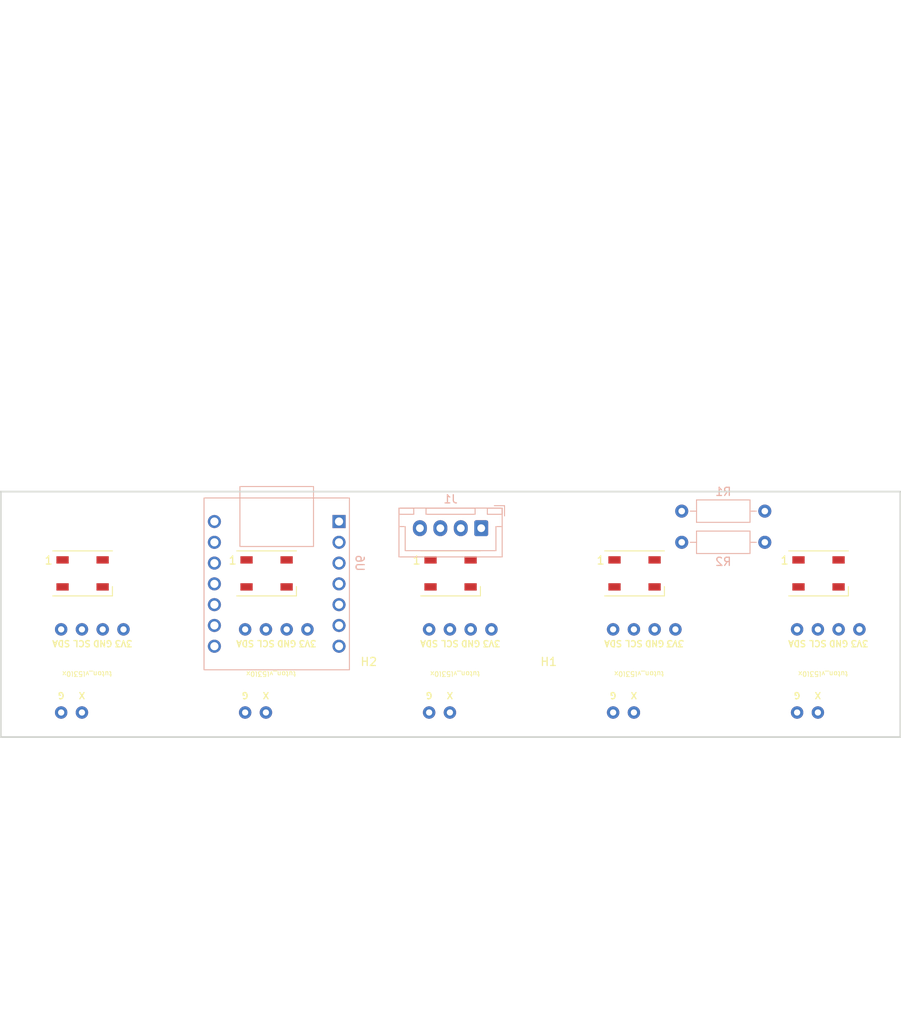
<source format=kicad_pcb>
(kicad_pcb (version 20221018) (generator pcbnew)
  (layers (0 "F.Cu" signal) (31 "B.Cu" signal) (34 "B.Paste" user) (35 "F.Paste" user) (36 "B.SilkS" user "B.Silkscreen") (37 "F.SilkS" user "F.Silkscreen") (38 "B.Mask" user) (39 "F.Mask" user) (44 "Edge.Cuts" user))
  (net 0 "")
  (net 1 "+3V3")
  (net 2 "GND")
  (net 3 "+5V")
  (net 4 "Net-(D2-DOUT)")
  (net 5 "WS2812B")
  (net 6 "Net-(D3-DOUT)")
  (net 7 "Net-(D4-DOUT)")
  (net 8 "SCL")
  (net 9 "SDA")
  (net 10 "XSHUT1")
  (net 12 "XSHUT2")
  (net 14 "XSHUT3")
  (net 16 "XSHUT4")
  (net 18 "XSHUT5")
  (net 20 "RX")
  (net 21 "TX")
  (net 26 "Net-(D1-DOUT)")
  (footprint "MountingHole:MountingHole_3.2mm_M3" (layer "F.Cu") (at 90 95)
    (fp_text reference "H2" (at 0 -4.2) (layer "F.SilkS"))
    (fp_text value "MountingHole")
    (pad "" np_thru_hole circle (at 0 0) (size 3.2 3.2) (drill 3.2) (layers "*.Cu" "*.Mask"))
  )
  (footprint "LED_SMD:LED_WS2812B_PLCC4_5.0x5.0mm_P3.2mm" (layer "F.Cu") (at 55 80)
    (fp_text reference "D1" hide)
    (fp_text value "WS2812B")
    (fp_text user "1" (at -4.15 -1.6) (layer "F.SilkS"))
    (fp_line (start -3.65 -2.75) (end 3.65 -2.75) (stroke (width 0.12)) (layer "F.SilkS"))
    (fp_line (start -3.65 2.75) (end 3.65 2.75) (stroke (width 0.12)) (layer "F.SilkS"))
    (fp_line (start 3.65 2.75) (end 3.65 1.6) (stroke (width 0.12)) (layer "F.SilkS"))
    (pad "1" smd rect (at -2.45 -1.65) (size 1.5 0.9) (layers "F.Cu" "F.Paste" "F.Mask") (net 3 "+5V"))
    (pad "2" smd rect (at -2.45 1.65) (size 1.5 0.9) (layers "F.Cu" "F.Paste" "F.Mask") (net 26 "Net-(D1-DOUT)"))
    (pad "3" smd rect (at 2.45 1.65) (size 1.5 0.9) (layers "F.Cu" "F.Paste" "F.Mask") (net 2 "GND"))
    (pad "4" smd rect (at 2.45 -1.65) (size 1.5 0.9) (layers "F.Cu" "F.Paste" "F.Mask") (net 5 "WS2812B"))
  )
  (footprint "tuton:VL53L0X_horizontal" (layer "F.Cu") (at 150 86.84 180)
    (fp_text reference "U5" hide)
    (fp_text value "~" hide)
    (fp_text user "3V3" (at 0 -1.27 180 unlocked) (layer "F.SilkS") (effects (font (size 0.762 0.762) (thickness 0.1524) bold) (justify bottom)))
    (fp_text user "X" (at 5.08 -7.62 180 unlocked) (layer "F.SilkS") (effects (font (size 0.762 0.762) (thickness 0.1524) bold) (justify bottom)))
    (fp_text user "tuton_vl53l0x" (at 4.445 -5.08 180 unlocked) (layer "F.SilkS") (effects (font (size 0.6 0.6) (thickness 0.1) bold) (justify bottom)))
    (fp_text user "GND\n" (at 2.54 -1.27 180 unlocked) (layer "F.SilkS") (effects (font (size 0.762 0.762) (thickness 0.1524) bold) (justify bottom)))
    (fp_text user "SCL\n" (at 5.08 -1.27 180 unlocked) (layer "F.SilkS") (effects (font (size 0.762 0.762) (thickness 0.1524) bold) (justify bottom)))
    (fp_text user "SDA" (at 7.62 -1.27 180 unlocked) (layer "F.SilkS") (effects (font (size 0.762 0.762) (thickness 0.1524) bold) (justify bottom)))
    (fp_text user "G" (at 7.62 -7.62 180 unlocked) (layer "F.SilkS") (effects (font (size 0.762 0.762) (thickness 0.1524) bold) (justify bottom)))
    (pad "1" thru_hole circle (at 0 0 180) (size 1.524 1.524) (drill 0.762) (layers "*.Cu" "*.Mask") (net 1 "+3V3"))
    (pad "2" thru_hole circle (at 2.54 0 180) (size 1.524 1.524) (drill 0.762) (layers "*.Cu" "*.Mask") (net 2 "GND"))
    (pad "3" thru_hole circle (at 5.08 0 180) (size 1.524 1.524) (drill 0.762) (layers "*.Cu" "*.Mask") (net 8 "SCL"))
    (pad "4" thru_hole circle (at 7.62 0 180) (size 1.524 1.524) (drill 0.762) (layers "*.Cu" "*.Mask") (net 9 "SDA"))
    (pad "5" thru_hole circle (at 5.08 -10.16 180) (size 1.524 1.524) (drill 0.762) (layers "*.Cu" "*.Mask") (net 18 "XSHUT5"))
    (pad "6" thru_hole circle (at 7.62 -10.16 180) (size 1.524 1.524) (drill 0.762) (layers "*.Cu" "*.Mask"))
  )
  (footprint "LED_SMD:LED_WS2812B_PLCC4_5.0x5.0mm_P3.2mm" (layer "F.Cu") (at 122.5 80)
    (fp_text reference "D4" hide)
    (fp_text value "WS2812B")
    (fp_text user "1" (at -4.15 -1.6) (layer "F.SilkS"))
    (fp_line (start -3.65 -2.75) (end 3.65 -2.75) (stroke (width 0.12)) (layer "F.SilkS"))
    (fp_line (start -3.65 2.75) (end 3.65 2.75) (stroke (width 0.12)) (layer "F.SilkS"))
    (fp_line (start 3.65 2.75) (end 3.65 1.6) (stroke (width 0.12)) (layer "F.SilkS"))
    (pad "1" smd rect (at -2.45 -1.65) (size 1.5 0.9) (layers "F.Cu" "F.Paste" "F.Mask") (net 3 "+5V"))
    (pad "2" smd rect (at -2.45 1.65) (size 1.5 0.9) (layers "F.Cu" "F.Paste" "F.Mask") (net 7 "Net-(D4-DOUT)"))
    (pad "3" smd rect (at 2.45 1.65) (size 1.5 0.9) (layers "F.Cu" "F.Paste" "F.Mask") (net 2 "GND"))
    (pad "4" smd rect (at 2.45 -1.65) (size 1.5 0.9) (layers "F.Cu" "F.Paste" "F.Mask") (net 6 "Net-(D3-DOUT)"))
  )
  (footprint "LED_SMD:LED_WS2812B_PLCC4_5.0x5.0mm_P3.2mm" (layer "F.Cu") (at 77.5 80)
    (fp_text reference "D2" hide)
    (fp_text value "WS2812B")
    (fp_text user "1" (at -4.15 -1.6) (layer "F.SilkS"))
    (fp_line (start -3.65 -2.75) (end 3.65 -2.75) (stroke (width 0.12)) (layer "F.SilkS"))
    (fp_line (start -3.65 2.75) (end 3.65 2.75) (stroke (width 0.12)) (layer "F.SilkS"))
    (fp_line (start 3.65 2.75) (end 3.65 1.6) (stroke (width 0.12)) (layer "F.SilkS"))
    (pad "1" smd rect (at -2.45 -1.65) (size 1.5 0.9) (layers "F.Cu" "F.Paste" "F.Mask") (net 3 "+5V"))
    (pad "2" smd rect (at -2.45 1.65) (size 1.5 0.9) (layers "F.Cu" "F.Paste" "F.Mask") (net 4 "Net-(D2-DOUT)"))
    (pad "3" smd rect (at 2.45 1.65) (size 1.5 0.9) (layers "F.Cu" "F.Paste" "F.Mask") (net 2 "GND"))
    (pad "4" smd rect (at 2.45 -1.65) (size 1.5 0.9) (layers "F.Cu" "F.Paste" "F.Mask") (net 26 "Net-(D1-DOUT)"))
  )
  (footprint "tuton:VL53L0X_horizontal" (layer "F.Cu") (at 82.5 86.84 180)
    (fp_text reference "U2" hide)
    (fp_text value "~" hide)
    (fp_text user "G" (at 7.62 -7.62 180 unlocked) (layer "F.SilkS") (effects (font (size 0.762 0.762) (thickness 0.1524) bold) (justify bottom)))
    (fp_text user "GND\n" (at 2.54 -1.27 180 unlocked) (layer "F.SilkS") (effects (font (size 0.762 0.762) (thickness 0.1524) bold) (justify bottom)))
    (fp_text user "SCL\n" (at 5.08 -1.27 180 unlocked) (layer "F.SilkS") (effects (font (size 0.762 0.762) (thickness 0.1524) bold) (justify bottom)))
    (fp_text user "X" (at 5.08 -7.62 180 unlocked) (layer "F.SilkS") (effects (font (size 0.762 0.762) (thickness 0.1524) bold) (justify bottom)))
    (fp_text user "3V3" (at 0 -1.27 180 unlocked) (layer "F.SilkS") (effects (font (size 0.762 0.762) (thickness 0.1524) bold) (justify bottom)))
    (fp_text user "tuton_vl53l0x" (at 4.445 -5.08 180 unlocked) (layer "F.SilkS") (effects (font (size 0.6 0.6) (thickness 0.1) bold) (justify bottom)))
    (fp_text user "SDA" (at 7.62 -1.27 180 unlocked) (layer "F.SilkS") (effects (font (size 0.762 0.762) (thickness 0.1524) bold) (justify bottom)))
    (pad "1" thru_hole circle (at 0 0 180) (size 1.524 1.524) (drill 0.762) (layers "*.Cu" "*.Mask") (net 1 "+3V3"))
    (pad "2" thru_hole circle (at 2.54 0 180) (size 1.524 1.524) (drill 0.762) (layers "*.Cu" "*.Mask") (net 2 "GND"))
    (pad "3" thru_hole circle (at 5.08 0 180) (size 1.524 1.524) (drill 0.762) (layers "*.Cu" "*.Mask") (net 8 "SCL"))
    (pad "4" thru_hole circle (at 7.62 0 180) (size 1.524 1.524) (drill 0.762) (layers "*.Cu" "*.Mask") (net 9 "SDA"))
    (pad "5" thru_hole circle (at 5.08 -10.16 180) (size 1.524 1.524) (drill 0.762) (layers "*.Cu" "*.Mask") (net 12 "XSHUT2"))
    (pad "6" thru_hole circle (at 7.62 -10.16 180) (size 1.524 1.524) (drill 0.762) (layers "*.Cu" "*.Mask"))
  )
  (footprint "LED_SMD:LED_WS2812B_PLCC4_5.0x5.0mm_P3.2mm" (layer "F.Cu") (at 145 80)
    (fp_text reference "D5" hide)
    (fp_text value "WS2812B")
    (fp_text user "1" (at -4.15 -1.6) (layer "F.SilkS"))
    (fp_line (start -3.65 -2.75) (end 3.65 -2.75) (stroke (width 0.12)) (layer "F.SilkS"))
    (fp_line (start -3.65 2.75) (end 3.65 2.75) (stroke (width 0.12)) (layer "F.SilkS"))
    (fp_line (start 3.65 2.75) (end 3.65 1.6) (stroke (width 0.12)) (layer "F.SilkS"))
    (pad "1" smd rect (at -2.45 -1.65) (size 1.5 0.9) (layers "F.Cu" "F.Paste" "F.Mask") (net 3 "+5V"))
    (pad "2" smd rect (at -2.45 1.65) (size 1.5 0.9) (layers "F.Cu" "F.Paste" "F.Mask"))
    (pad "3" smd rect (at 2.45 1.65) (size 1.5 0.9) (layers "F.Cu" "F.Paste" "F.Mask") (net 2 "GND"))
    (pad "4" smd rect (at 2.45 -1.65) (size 1.5 0.9) (layers "F.Cu" "F.Paste" "F.Mask") (net 7 "Net-(D4-DOUT)"))
  )
  (footprint "MountingHole:MountingHole_3.2mm_M3" (layer "F.Cu") (at 112 95)
    (fp_text reference "H1" (at 0 -4.2) (layer "F.SilkS"))
    (fp_text value "MountingHole")
    (pad "" np_thru_hole circle (at 0 0) (size 3.2 3.2) (drill 3.2) (layers "*.Cu" "*.Mask"))
  )
  (footprint "tuton:VL53L0X_horizontal" (layer "F.Cu") (at 127.5 86.84 180)
    (fp_text reference "U4" hide)
    (fp_text value "~" hide)
    (fp_text user "GND\n" (at 2.54 -1.27 180 unlocked) (layer "F.SilkS") (effects (font (size 0.762 0.762) (thickness 0.1524) bold) (justify bottom)))
    (fp_text user "SDA" (at 7.62 -1.27 180 unlocked) (layer "F.SilkS") (effects (font (size 0.762 0.762) (thickness 0.1524) bold) (justify bottom)))
    (fp_text user "G" (at 7.62 -7.62 180 unlocked) (layer "F.SilkS") (effects (font (size 0.762 0.762) (thickness 0.1524) bold) (justify bottom)))
    (fp_text user "3V3" (at 0 -1.27 180 unlocked) (layer "F.SilkS") (effects (font (size 0.762 0.762) (thickness 0.1524) bold italic) (justify bottom)))
    (fp_text user "tuton_vl53l0x" (at 4.445 -5.08 180 unlocked) (layer "F.SilkS") (effects (font (size 0.6 0.6) (thickness 0.1) bold) (justify bottom)))
    (fp_text user "X" (at 5.08 -7.62 180 unlocked) (layer "F.SilkS") (effects (font (size 0.762 0.762) (thickness 0.1524) bold) (justify bottom)))
    (fp_text user "SCL\n" (at 5.08 -1.27 180 unlocked) (layer "F.SilkS") (effects (font (size 0.762 0.762) (thickness 0.1524) bold) (justify bottom)))
    (pad "1" thru_hole circle (at 0 0 180) (size 1.524 1.524) (drill 0.762) (layers "*.Cu" "*.Mask") (net 1 "+3V3"))
    (pad "2" thru_hole circle (at 2.54 0 180) (size 1.524 1.524) (drill 0.762) (layers "*.Cu" "*.Mask") (net 2 "GND"))
    (pad "3" thru_hole circle (at 5.08 0 180) (size 1.524 1.524) (drill 0.762) (layers "*.Cu" "*.Mask") (net 8 "SCL"))
    (pad "4" thru_hole circle (at 7.62 0 180) (size 1.524 1.524) (drill 0.762) (layers "*.Cu" "*.Mask") (net 9 "SDA"))
    (pad "5" thru_hole circle (at 5.08 -10.16 180) (size 1.524 1.524) (drill 0.762) (layers "*.Cu" "*.Mask") (net 16 "XSHUT4"))
    (pad "6" thru_hole circle (at 7.62 -10.16 180) (size 1.524 1.524) (drill 0.762) (layers "*.Cu" "*.Mask"))
  )
  (footprint "LED_SMD:LED_WS2812B_PLCC4_5.0x5.0mm_P3.2mm" (layer "F.Cu") (at 100 80)
    (fp_text reference "D3" hide)
    (fp_text value "WS2812B")
    (fp_text user "1" (at -4.15 -1.6) (layer "F.SilkS"))
    (fp_line (start -3.65 -2.75) (end 3.65 -2.75) (stroke (width 0.12)) (layer "F.SilkS"))
    (fp_line (start -3.65 2.75) (end 3.65 2.75) (stroke (width 0.12)) (layer "F.SilkS"))
    (fp_line (start 3.65 2.75) (end 3.65 1.6) (stroke (width 0.12)) (layer "F.SilkS"))
    (pad "1" smd rect (at -2.45 -1.65) (size 1.5 0.9) (layers "F.Cu" "F.Paste" "F.Mask") (net 3 "+5V"))
    (pad "2" smd rect (at -2.45 1.65) (size 1.5 0.9) (layers "F.Cu" "F.Paste" "F.Mask") (net 6 "Net-(D3-DOUT)"))
    (pad "3" smd rect (at 2.45 1.65) (size 1.5 0.9) (layers "F.Cu" "F.Paste" "F.Mask") (net 2 "GND"))
    (pad "4" smd rect (at 2.45 -1.65) (size 1.5 0.9) (layers "F.Cu" "F.Paste" "F.Mask") (net 4 "Net-(D2-DOUT)"))
  )
  (footprint "tuton:VL53L0X_horizontal" (layer "F.Cu") (at 105 86.84 180)
    (fp_text reference "U3" hide)
    (fp_text value "~" hide)
    (fp_text user "G" (at 7.62 -7.62 180 unlocked) (layer "F.SilkS") (effects (font (size 0.762 0.762) (thickness 0.1524) bold) (justify bottom)))
    (fp_text user "SDA" (at 7.62 -1.27 180 unlocked) (layer "F.SilkS") (effects (font (size 0.762 0.762) (thickness 0.1524) bold) (justify bottom)))
    (fp_text user "3V3" (at 0 -1.27 180 unlocked) (layer "F.SilkS") (effects (font (size 0.762 0.762) (thickness 0.1524) bold) (justify bottom)))
    (fp_text user "X" (at 5.08 -7.62 180 unlocked) (layer "F.SilkS") (effects (font (size 0.762 0.762) (thickness 0.1524) bold) (justify bottom)))
    (fp_text user "tuton_vl53l0x" (at 4.445 -5.08 180 unlocked) (layer "F.SilkS") (effects (font (size 0.6 0.6) (thickness 0.1) bold) (justify bottom)))
    (fp_text user "GND\n" (at 2.54 -1.27 180 unlocked) (layer "F.SilkS") (effects (font (size 0.762 0.762) (thickness 0.1524) bold) (justify bottom)))
    (fp_text user "SCL\n" (at 5.08 -1.27 180 unlocked) (layer "F.SilkS") (effects (font (size 0.762 0.762) (thickness 0.1524) bold) (justify bottom)))
    (pad "1" thru_hole circle (at 0 0 180) (size 1.524 1.524) (drill 0.762) (layers "*.Cu" "*.Mask") (net 1 "+3V3"))
    (pad "2" thru_hole circle (at 2.54 0 180) (size 1.524 1.524) (drill 0.762) (layers "*.Cu" "*.Mask") (net 2 "GND"))
    (pad "3" thru_hole circle (at 5.08 0 180) (size 1.524 1.524) (drill 0.762) (layers "*.Cu" "*.Mask") (net 8 "SCL"))
    (pad "4" thru_hole circle (at 7.62 0 180) (size 1.524 1.524) (drill 0.762) (layers "*.Cu" "*.Mask") (net 9 "SDA"))
    (pad "5" thru_hole circle (at 5.08 -10.16 180) (size 1.524 1.524) (drill 0.762) (layers "*.Cu" "*.Mask") (net 14 "XSHUT3"))
    (pad "6" thru_hole circle (at 7.62 -10.16 180) (size 1.524 1.524) (drill 0.762) (layers "*.Cu" "*.Mask"))
  )
  (footprint "tuton:VL53L0X_horizontal" (layer "F.Cu") (at 60 86.84 180)
    (fp_text reference "U1" hide)
    (fp_text value "~" hide)
    (fp_text user "G" (at 7.62 -7.62 180 unlocked) (layer "F.SilkS") (effects (font (size 0.762 0.762) (thickness 0.1524) bold) (justify bottom)))
    (fp_text user "X" (at 5.08 -7.62 180 unlocked) (layer "F.SilkS") (effects (font (size 0.762 0.762) (thickness 0.1524) bold) (justify bottom)))
    (fp_text user "GND\n" (at 2.54 -1.27 180 unlocked) (layer "F.SilkS") (effects (font (size 0.762 0.762) (thickness 0.1524) bold) (justify bottom)))
    (fp_text user "SCL\n" (at 5.08 -1.27 180 unlocked) (layer "F.SilkS") (effects (font (size 0.762 0.762) (thickness 0.1524) bold) (justify bottom)))
    (fp_text user "tuton_vl53l0x" (at 4.445 -5.08 180 unlocked) (layer "F.SilkS") (effects (font (size 0.6 0.6) (thickness 0.1) bold) (justify bottom)))
    (fp_text user "3V3" (at 0 -1.27 180 unlocked) (layer "F.SilkS") (effects (font (size 0.762 0.762) (thickness 0.1524) bold) (justify bottom)))
    (fp_text user "SDA" (at 7.62 -1.27 180 unlocked) (layer "F.SilkS") (effects (font (size 0.762 0.762) (thickness 0.1524) bold) (justify bottom)))
    (pad "1" thru_hole circle (at 0 0 180) (size 1.524 1.524) (drill 0.762) (layers "*.Cu" "*.Mask") (net 1 "+3V3"))
    (pad "2" thru_hole circle (at 2.54 0 180) (size 1.524 1.524) (drill 0.762) (layers "*.Cu" "*.Mask") (net 2 "GND"))
    (pad "3" thru_hole circle (at 5.08 0 180) (size 1.524 1.524) (drill 0.762) (layers "*.Cu" "*.Mask") (net 8 "SCL"))
    (pad "4" thru_hole circle (at 7.62 0 180) (size 1.524 1.524) (drill 0.762) (layers "*.Cu" "*.Mask") (net 9 "SDA"))
    (pad "5" thru_hole circle (at 5.08 -10.16 180) (size 1.524 1.524) (drill 0.762) (layers "*.Cu" "*.Mask") (net 10 "XSHUT1"))
    (pad "6" thru_hole circle (at 7.62 -10.16 180) (size 1.524 1.524) (drill 0.762) (layers "*.Cu" "*.Mask"))
  )
  (footprint "Resistor_THT:R_Axial_DIN0207_L6.3mm_D2.5mm_P10.16mm_Horizontal" (layer "B.Cu") (at 138.43 72.39 180)
    (fp_text reference "R1" (at 5.08 2.37) (layer "B.SilkS") (effects (justify mirror)))
    (fp_text value "10k")
    (fp_line (start 1.04 0) (end 1.81 0) (stroke (width 0.12)) (layer "B.SilkS"))
    (fp_line (start 1.81 -1.37) (end 8.35 -1.37) (stroke (width 0.12)) (layer "B.SilkS"))
    (fp_line (start 1.81 1.37) (end 1.81 -1.37) (stroke (width 0.12)) (layer "B.SilkS"))
    (fp_line (start 8.35 -1.37) (end 8.35 1.37) (stroke (width 0.12)) (layer "B.SilkS"))
    (fp_line (start 8.35 1.37) (end 1.81 1.37) (stroke (width 0.12)) (layer "B.SilkS"))
    (fp_line (start 9.12 0) (end 8.35 0) (stroke (width 0.12)) (layer "B.SilkS"))
    (pad "1" thru_hole circle (at 0 0 180) (size 1.6 1.6) (drill 0.8) (layers "*.Cu" "*.Mask") (net 8 "SCL"))
    (pad "2" thru_hole oval (at 10.16 0 180) (size 1.6 1.6) (drill 0.8) (layers "*.Cu" "*.Mask") (net 1 "+3V3"))
  )
  (footprint "Connector_JST:JST_XH_B4B-XH-A_1x04_P2.50mm_Vertical" (layer "B.Cu") (at 103.75 74.475 180)
    (fp_text reference "J1" (at 3.75 3.55) (layer "B.SilkS") (effects (justify mirror)))
    (fp_text value "OpenMV Conn")
    (fp_line (start -2.85 2.75) (end -2.85 1.5) (stroke (width 0.12)) (layer "B.SilkS"))
    (fp_line (start -2.56 -3.51) (end 10.06 -3.51) (stroke (width 0.12)) (layer "B.SilkS"))
    (fp_line (start -2.56 2.46) (end -2.56 -3.51) (stroke (width 0.12)) (layer "B.SilkS"))
    (fp_line (start -2.55 0.2) (end -1.8 0.2) (stroke (width 0.12)) (layer "B.SilkS"))
    (fp_line (start -2.55 1.7) (end -0.75 1.7) (stroke (width 0.12)) (layer "B.SilkS"))
    (fp_line (start -2.55 2.45) (end -2.55 1.7) (stroke (width 0.12)) (layer "B.SilkS"))
    (fp_line (start -1.8 -2.75) (end 3.75 -2.75) (stroke (width 0.12)) (layer "B.SilkS"))
    (fp_line (start -1.8 0.2) (end -1.8 -2.75) (stroke (width 0.12)) (layer "B.SilkS"))
    (fp_line (start -1.6 2.75) (end -2.85 2.75) (stroke (width 0.12)) (layer "B.SilkS"))
    (fp_line (start -0.75 1.7) (end -0.75 2.45) (stroke (width 0.12)) (layer "B.SilkS"))
    (fp_line (start -0.75 2.45) (end -2.55 2.45) (stroke (width 0.12)) (layer "B.SilkS"))
    (fp_line (start 0.75 1.7) (end 6.75 1.7) (stroke (width 0.12)) (layer "B.SilkS"))
    (fp_line (start 0.75 2.45) (end 0.75 1.7) (stroke (width 0.12)) (layer "B.SilkS"))
    (fp_line (start 6.75 1.7) (end 6.75 2.45) (stroke (width 0.12)) (layer "B.SilkS"))
    (fp_line (start 6.75 2.45) (end 0.75 2.45) (stroke (width 0.12)) (layer "B.SilkS"))
    (fp_line (start 8.25 1.7) (end 10.05 1.7) (stroke (width 0.12)) (layer "B.SilkS"))
    (fp_line (start 8.25 2.45) (end 8.25 1.7) (stroke (width 0.12)) (layer "B.SilkS"))
    (fp_line (start 9.3 -2.75) (end 3.75 -2.75) (stroke (width 0.12)) (layer "B.SilkS"))
    (fp_line (start 9.3 0.2) (end 9.3 -2.75) (stroke (width 0.12)) (layer "B.SilkS"))
    (fp_line (start 10.05 0.2) (end 9.3 0.2) (stroke (width 0.12)) (layer "B.SilkS"))
    (fp_line (start 10.05 1.7) (end 10.05 2.45) (stroke (width 0.12)) (layer "B.SilkS"))
    (fp_line (start 10.05 2.45) (end 8.25 2.45) (stroke (width 0.12)) (layer "B.SilkS"))
    (fp_line (start 10.06 -3.51) (end 10.06 2.46) (stroke (width 0.12)) (layer "B.SilkS"))
    (fp_line (start 10.06 2.46) (end -2.56 2.46) (stroke (width 0.12)) (layer "B.SilkS"))
    (pad "1" thru_hole roundrect (at 0 0 180) (size 1.7 1.95) (drill 0.95) (layers "*.Cu" "*.Mask") (roundrect_rratio 0.147059) (net 3 "+5V"))
    (pad "2" thru_hole oval (at 2.5 0 180) (size 1.7 1.95) (drill 0.95) (layers "*.Cu" "*.Mask") (net 20 "RX"))
    (pad "3" thru_hole oval (at 5 0 180) (size 1.7 1.95) (drill 0.95) (layers "*.Cu" "*.Mask") (net 21 "TX"))
    (pad "4" thru_hole oval (at 7.5 0 180) (size 1.7 1.95) (drill 0.95) (layers "*.Cu" "*.Mask") (net 2 "GND"))
  )
  (footprint "Resistor_THT:R_Axial_DIN0207_L6.3mm_D2.5mm_P10.16mm_Horizontal" (layer "B.Cu") (at 128.27 76.2)
    (fp_text reference "R2" (at 5.08 2.37 180) (layer "B.SilkS") (effects (justify mirror)))
    (fp_text value "10k")
    (fp_line (start 1.04 0) (end 1.81 0) (stroke (width 0.12)) (layer "B.SilkS"))
    (fp_line (start 1.81 -1.37) (end 8.35 -1.37) (stroke (width 0.12)) (layer "B.SilkS"))
    (fp_line (start 1.81 1.37) (end 1.81 -1.37) (stroke (width 0.12)) (layer "B.SilkS"))
    (fp_line (start 8.35 -1.37) (end 8.35 1.37) (stroke (width 0.12)) (layer "B.SilkS"))
    (fp_line (start 8.35 1.37) (end 1.81 1.37) (stroke (width 0.12)) (layer "B.SilkS"))
    (fp_line (start 9.12 0) (end 8.35 0) (stroke (width 0.12)) (layer "B.SilkS"))
    (pad "1" thru_hole circle (at 0 0) (size 1.6 1.6) (drill 0.8) (layers "*.Cu" "*.Mask") (net 9 "SDA"))
    (pad "2" thru_hole oval (at 10.16 0) (size 1.6 1.6) (drill 0.8) (layers "*.Cu" "*.Mask") (net 1 "+3V3"))
  )
  (footprint "XIAO:MOUDLE14P-2.54-21X17.8MM" (layer "B.Cu") (at 78.74 81.28 90)
    (fp_text reference "U6" (at 2.54 10.16 270 unlocked) (layer "B.SilkS") (effects (justify mirror)))
    (fp_text value "~")
    (fp_rect (start -10.5 8.89) (end 10.5 -8.89) (stroke (width 0.12)) (fill none) (layer "B.SilkS"))
    (fp_rect (start 4.57 4.5) (end 11.9 -4.5) (stroke (width 0.12)) (fill none) (layer "B.SilkS"))
    (pad "1" thru_hole rect (at 7.62 7.62 90) (size 1.6 1.6) (drill 1) (layers "*.Cu" "*.Mask") (net 10 "XSHUT1"))
    (pad "2" thru_hole circle (at 5.08 7.62 90) (size 1.6 1.6) (drill 1) (layers "*.Cu" "*.Mask") (net 10 "XSHUT1"))
    (pad "3" thru_hole circle (at 2.54 7.62 90) (size 1.6 1.6) (drill 1) (layers "*.Cu" "*.Mask") (net 10 "XSHUT1"))
    (pad "4" thru_hole circle (at 0 7.62 90) (size 1.6 1.6) (drill 1) (layers "*.Cu" "*.Mask") (net 10 "XSHUT1"))
    (pad "5" thru_hole circle (at -2.54 7.62 90) (size 1.6 1.6) (drill 1) (layers "*.Cu" "*.Mask") (net 9 "SDA"))
    (pad "6" thru_hole circle (at -5.08 7.62 90) (size 1.6 1.6) (drill 1) (layers "*.Cu" "*.Mask") (net 8 "SCL"))
    (pad "7" thru_hole circle (at -7.62 7.62 90) (size 1.6 1.6) (drill 1) (layers "*.Cu" "*.Mask") (net 21 "TX"))
    (pad "8" thru_hole circle (at -7.62 -7.62 90) (size 1.6 1.6) (drill 1) (layers "*.Cu" "*.Mask") (net 20 "RX"))
    (pad "9" thru_hole circle (at -5.08 -7.62 90) (size 1.6 1.6) (drill 1) (layers "*.Cu" "*.Mask") (net 10 "XSHUT1"))
    (pad "10" thru_hole circle (at -2.54 -7.62 90) (size 1.6 1.6) (drill 1) (layers "*.Cu" "*.Mask") (net 5 "WS2812B"))
    (pad "11" thru_hole circle (at 0 -7.62 90) (size 1.6 1.6) (drill 1) (layers "*.Cu" "*.Mask"))
    (pad "12" thru_hole circle (at 2.54 -7.62 90) (size 1.6 1.6) (drill 1) (layers "*.Cu" "*.Mask"))
    (pad "13" thru_hole circle (at 5.08 -7.62 90) (size 1.6 1.6) (drill 1) (layers "*.Cu" "*.Mask"))
    (pad "14" thru_hole circle (at 7.62 -7.62 90) (size 1.6 1.6) (drill 1) (layers "*.Cu" "*.Mask"))
  )
  (gr_rect (start 45 70) (end 155 100) (stroke (width 0.2)) (fill none) (layer "Edge.Cuts"))
)
</source>
